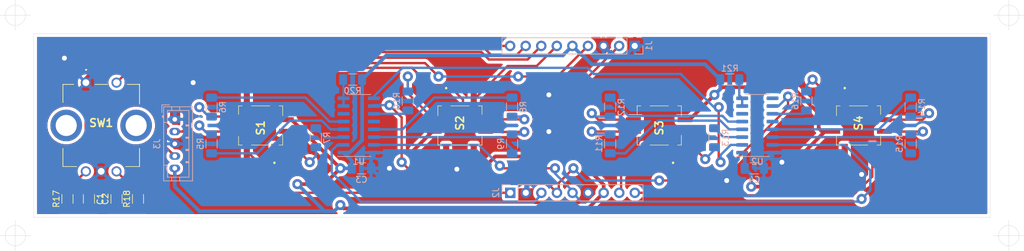
<source format=kicad_pcb>
(kicad_pcb (version 20171130) (host pcbnew "(5.1.10)-1")
  (layers (0 F.Cu signal) (31 B.Cu signal) (34 B.Paste user) (35 F.Paste user) (36 B.SilkS user) (37 F.SilkS user) (38 B.Mask user) (39 F.Mask user) (44 Edge.Cuts user))
  (net 0 "")
  (net 1 GND)
  (net 2 ENCA)
  (net 3 ENCB)
  (net 4 VCC)
  (net 5 PB3)
  (net 6 PB2)
  (net 7 PB1)
  (net 8 PB0)
  (net 9 PSHFCLK)
  (net 10 PSHFDATA)
  (net 11 PSHFUDATE)
  (net 12 ADC1)
  (net 13 ADC0)
  (net 14 S1_R)
  (net 15 "Net-(R5-Pad1)")
  (net 16 "Net-(R6-Pad1)")
  (net 17 S1_G)
  (net 18 S1_b)
  (net 19 "Net-(R7-Pad1)")
  (net 20 "Net-(R8-Pad1)")
  (net 21 S2_R)
  (net 22 "Net-(R9-Pad1)")
  (net 23 "Net-(R10-Pad1)")
  (net 24 "Net-(R11-Pad1)")
  (net 25 "Net-(R12-Pad1)")
  (net 26 "Net-(R13-Pad1)")
  (net 27 "Net-(R14-Pad1)")
  (net 28 "Net-(R15-Pad1)")
  (net 29 "Net-(R16-Pad1)")
  (net 30 "Net-(R17-Pad2)")
  (net 31 "Net-(R18-Pad2)")
  (net 32 ENCSW)
  (net 33 "Net-(R20-Pad1)")
  (net 34 "Net-(R21-Pad1)")
  (net 35 "Net-(U1-Pad9)")
  (net 36 S2_G)
  (net 37 S2_B)
  (net 38 S3_R)
  (net 39 S3_G)
  (net 40 S3_B)
  (net 41 S4_R)
  (net 42 S4_G)
  (net 43 S4_B)
  (module MOUSERfootprintANDsymbol:228CMVARGBFR (layer F.Cu) (at 107 82 270)
    (fp_text reference S1 (at 0.4 0 90) (layer F.SilkS) (effects (font (size 1.27 1.27) (thickness 0.254))))
    (fp_text value 228CMVARGBFR hide)
    (pad 8 smd rect (at -0.95 4.2 270) (size 0.8 2.4) (layers F.Cu F.Paste F.Mask) (net 16 "Net-(R6-Pad1)"))
    (pad 7 smd rect (at -0.95 -4.2 270) (size 0.8 2.4) (layers F.Cu F.Paste F.Mask) (net 4 VCC))
    (pad 6 smd rect (at 0.95 4.2 270) (size 0.8 2.4) (layers F.Cu F.Paste F.Mask) (net 15 "Net-(R5-Pad1)"))
    (pad 5 smd rect (at 0.95 -4.2 270) (size 0.8 2.4) (layers F.Cu F.Paste F.Mask) (net 19 "Net-(R7-Pad1)"))
    (pad 4 smd rect (at -4.2 2.25) (size 1 2.4) (layers F.Cu F.Paste F.Mask))
    (pad 3 smd rect (at 4.2 2.25) (size 1 2.4) (layers F.Cu F.Paste F.Mask) (net 8 PB0))
    (pad 2 smd rect (at -4.2 -2.25) (size 1 2.4) (layers F.Cu F.Paste F.Mask) (net 1 GND))
    (pad 1 smd rect (at 4.2 -2.25) (size 1 2.4) (layers F.Cu F.Paste F.Mask))
  )
  (module MOUSERfootprintANDsymbol:228CMVARGBFR (layer F.Cu) (at 139.5 82 90)
    (fp_text reference S2 (at 0.4 0 90) (layer F.SilkS) (effects (font (size 1.27 1.27) (thickness 0.254))))
    (fp_text value 228CMVARGBFR hide)
    (pad 8 smd rect (at -0.95 4.2 90) (size 0.8 2.4) (layers F.Cu F.Paste F.Mask) (net 22 "Net-(R9-Pad1)"))
    (pad 7 smd rect (at -0.95 -4.2 90) (size 0.8 2.4) (layers F.Cu F.Paste F.Mask) (net 4 VCC))
    (pad 6 smd rect (at 0.95 4.2 90) (size 0.8 2.4) (layers F.Cu F.Paste F.Mask) (net 20 "Net-(R8-Pad1)"))
    (pad 5 smd rect (at 0.95 -4.2 90) (size 0.8 2.4) (layers F.Cu F.Paste F.Mask) (net 23 "Net-(R10-Pad1)"))
    (pad 4 smd rect (at -4.2 2.25 180) (size 1 2.4) (layers F.Cu F.Paste F.Mask))
    (pad 3 smd rect (at 4.2 2.25 180) (size 1 2.4) (layers F.Cu F.Paste F.Mask) (net 7 PB1))
    (pad 2 smd rect (at -4.2 -2.25 180) (size 1 2.4) (layers F.Cu F.Paste F.Mask))
    (pad 1 smd rect (at 4.2 -2.25 180) (size 1 2.4) (layers F.Cu F.Paste F.Mask) (net 1 GND))
  )
  (module Resistor_SMD:R_1206_3216Metric_Pad1.30x1.75mm_HandSolder (layer B.Cu) (at 148 85 270)
    (fp_text reference R9 (at 0 1.82 270) (layer B.SilkS) (effects (justify mirror)))
    (fp_text value 155)
    (pad 2 smd roundrect (at 1.55 0 270) (size 1.3 1.75) (layers B.Cu B.Paste B.Mask) (roundrect_rratio 0.1923069230769231) (net 36 S2_G))
    (pad 1 smd roundrect (at -1.55 0 270) (size 1.3 1.75) (layers B.Cu B.Paste B.Mask) (roundrect_rratio 0.1923069230769231) (net 22 "Net-(R9-Pad1)"))
  )
  (module Resistor_SMD:R_1206_3216Metric_Pad1.30x1.75mm_HandSolder (layer B.Cu) (at 148 79 90)
    (fp_text reference R8 (at 0 1.82 90) (layer B.SilkS) (effects (justify mirror)))
    (fp_text value 165)
    (pad 1 smd roundrect (at -1.55 0 90) (size 1.3 1.75) (layers B.Cu B.Paste B.Mask) (roundrect_rratio 0.1923069230769231) (net 20 "Net-(R8-Pad1)"))
    (pad 2 smd roundrect (at 1.55 0 90) (size 1.3 1.75) (layers B.Cu B.Paste B.Mask) (roundrect_rratio 0.1923069230769231) (net 21 S2_R))
  )
  (module MOUSERfootprintANDsymbol:228CMVARGBFR (layer F.Cu) (at 204.5 82 90)
    (fp_text reference S4 (at 0.4 0 90) (layer F.SilkS) (effects (font (size 1.27 1.27) (thickness 0.254))))
    (fp_text value 228CMVARGBFR hide)
    (pad 8 smd rect (at -0.95 4.2 90) (size 0.8 2.4) (layers F.Cu F.Paste F.Mask) (net 28 "Net-(R15-Pad1)"))
    (pad 7 smd rect (at -0.95 -4.2 90) (size 0.8 2.4) (layers F.Cu F.Paste F.Mask) (net 4 VCC))
    (pad 6 smd rect (at 0.95 4.2 90) (size 0.8 2.4) (layers F.Cu F.Paste F.Mask) (net 27 "Net-(R14-Pad1)"))
    (pad 5 smd rect (at 0.95 -4.2 90) (size 0.8 2.4) (layers F.Cu F.Paste F.Mask) (net 29 "Net-(R16-Pad1)"))
    (pad 4 smd rect (at -4.2 2.25 180) (size 1 2.4) (layers F.Cu F.Paste F.Mask) (net 5 PB3))
    (pad 3 smd rect (at 4.2 2.25 180) (size 1 2.4) (layers F.Cu F.Paste F.Mask))
    (pad 2 smd rect (at -4.2 -2.25 180) (size 1 2.4) (layers F.Cu F.Paste F.Mask))
    (pad 1 smd rect (at 4.2 -2.25 180) (size 1 2.4) (layers F.Cu F.Paste F.Mask) (net 1 GND))
  )
  (module MOUSERfootprintANDsymbol:228CMVARGBFR (layer F.Cu) (at 172 82 270)
    (fp_text reference S3 (at 0.4 0 90) (layer F.SilkS) (effects (font (size 1.27 1.27) (thickness 0.254))))
    (fp_text value 228CMVARGBFR hide)
    (pad 8 smd rect (at -0.95 4.2 270) (size 0.8 2.4) (layers F.Cu F.Paste F.Mask) (net 25 "Net-(R12-Pad1)"))
    (pad 7 smd rect (at -0.95 -4.2 270) (size 0.8 2.4) (layers F.Cu F.Paste F.Mask) (net 4 VCC))
    (pad 6 smd rect (at 0.95 4.2 270) (size 0.8 2.4) (layers F.Cu F.Paste F.Mask) (net 24 "Net-(R11-Pad1)"))
    (pad 5 smd rect (at 0.95 -4.2 270) (size 0.8 2.4) (layers F.Cu F.Paste F.Mask) (net 26 "Net-(R13-Pad1)"))
    (pad 4 smd rect (at -4.2 2.25) (size 1 2.4) (layers F.Cu F.Paste F.Mask))
    (pad 3 smd rect (at 4.2 2.25) (size 1 2.4) (layers F.Cu F.Paste F.Mask) (net 6 PB2))
    (pad 2 smd rect (at -4.2 -2.25) (size 1 2.4) (layers F.Cu F.Paste F.Mask) (net 1 GND))
    (pad 1 smd rect (at 4.2 -2.25) (size 1 2.4) (layers F.Cu F.Paste F.Mask))
  )
  (module Connector_PinHeader_2.54mm:PinHeader_1x09_P2.54mm_Vertical (layer B.Cu) (at 147.7 93 270)
    (fp_text reference J2 (at 0 2.33 270) (layer B.SilkS) (effects (justify mirror)))
    (fp_text value Conn_01x09_Male)
    (pad 9 thru_hole oval (at 0 -20.32 270) (size 1.7 1.7) (drill 1) (layers *.Cu *.Mask) (net 5 PB3))
    (pad 8 thru_hole oval (at 0 -17.78 270) (size 1.7 1.7) (drill 1) (layers *.Cu *.Mask) (net 6 PB2))
    (pad 7 thru_hole oval (at 0 -15.24 270) (size 1.7 1.7) (drill 1) (layers *.Cu *.Mask) (net 4 VCC))
    (pad 6 thru_hole oval (at 0 -12.7 270) (size 1.7 1.7) (drill 1) (layers *.Cu *.Mask) (net 1 GND))
    (pad 5 thru_hole oval (at 0 -10.16 270) (size 1.7 1.7) (drill 1) (layers *.Cu *.Mask) (net 9 PSHFCLK))
    (pad 4 thru_hole oval (at 0 -7.62 270) (size 1.7 1.7) (drill 1) (layers *.Cu *.Mask) (net 11 PSHFUDATE))
    (pad 3 thru_hole oval (at 0 -5.08 270) (size 1.7 1.7) (drill 1) (layers *.Cu *.Mask) (net 10 PSHFDATA))
    (pad 2 thru_hole oval (at 0 -2.54 270) (size 1.7 1.7) (drill 1) (layers *.Cu *.Mask) (net 1 GND))
    (pad 1 thru_hole rect (at 0 0 270) (size 1.7 1.7) (drill 1) (layers *.Cu *.Mask) (net 8 PB0))
  )
  (module Connector_PinHeader_2.54mm:PinHeader_1x09_P2.54mm_Vertical (layer B.Cu) (at 168 69 90)
    (fp_text reference J1 (at 0 2.33 -90) (layer B.SilkS) (effects (justify mirror)))
    (fp_text value Conn_01x09_Male)
    (pad 9 thru_hole oval (at 0 -20.32 90) (size 1.7 1.7) (drill 1) (layers *.Cu *.Mask) (net 2 ENCA))
    (pad 8 thru_hole oval (at 0 -17.78 90) (size 1.7 1.7) (drill 1) (layers *.Cu *.Mask) (net 32 ENCSW))
    (pad 7 thru_hole oval (at 0 -15.24 90) (size 1.7 1.7) (drill 1) (layers *.Cu *.Mask) (net 3 ENCB))
    (pad 6 thru_hole oval (at 0 -12.7 90) (size 1.7 1.7) (drill 1) (layers *.Cu *.Mask) (net 7 PB1))
    (pad 5 thru_hole oval (at 0 -10.16 90) (size 1.7 1.7) (drill 1) (layers *.Cu *.Mask) (net 4 VCC))
    (pad 4 thru_hole oval (at 0 -7.62 90) (size 1.7 1.7) (drill 1) (layers *.Cu *.Mask) (net 13 ADC0))
    (pad 3 thru_hole oval (at 0 -5.08 90) (size 1.7 1.7) (drill 1) (layers *.Cu *.Mask) (net 1 GND))
    (pad 2 thru_hole oval (at 0 -2.54 90) (size 1.7 1.7) (drill 1) (layers *.Cu *.Mask) (net 12 ADC1))
    (pad 1 thru_hole rect (at 0 0 90) (size 1.7 1.7) (drill 1) (layers *.Cu *.Mask) (net 1 GND))
  )
  (module Capacitor_SMD:C_1206_3216Metric_Pad1.33x1.80mm_HandSolder (layer F.Cu) (at 79 94 270)
    (fp_text reference C1 (at 0 -1.85 90) (layer F.SilkS))
    (fp_text value 100nF)
    (pad 1 smd roundrect (at -1.5625 0 270) (size 1.325 1.8) (layers F.Cu F.Paste F.Mask) (roundrect_rratio 0.1886777358490566) (net 1 GND))
    (pad 2 smd roundrect (at 1.5625 0 270) (size 1.325 1.8) (layers F.Cu F.Paste F.Mask) (roundrect_rratio 0.1886777358490566) (net 2 ENCA))
  )
  (module Capacitor_SMD:C_1206_3216Metric_Pad1.33x1.80mm_HandSolder (layer F.Cu) (at 83.5 94 90)
    (fp_text reference C2 (at 0 -1.85 90) (layer F.SilkS))
    (fp_text value 100nF)
    (pad 2 smd roundrect (at 1.5625 0 90) (size 1.325 1.8) (layers F.Cu F.Paste F.Mask) (roundrect_rratio 0.1886777358490566) (net 1 GND))
    (pad 1 smd roundrect (at -1.5625 0 90) (size 1.325 1.8) (layers F.Cu F.Paste F.Mask) (roundrect_rratio 0.1886777358490566) (net 3 ENCB))
  )
  (module Capacitor_SMD:C_1206_3216Metric_Pad1.33x1.80mm_HandSolder (layer B.Cu) (at 123.4375 89)
    (fp_text reference C3 (at 0 1.85) (layer B.SilkS) (effects (justify mirror)))
    (fp_text value 100nF)
    (pad 2 smd roundrect (at 1.5625 0) (size 1.325 1.8) (layers B.Cu B.Paste B.Mask) (roundrect_rratio 0.1886777358490566) (net 1 GND))
    (pad 1 smd roundrect (at -1.5625 0) (size 1.325 1.8) (layers B.Cu B.Paste B.Mask) (roundrect_rratio 0.1886777358490566) (net 4 VCC))
  )
  (module Capacitor_SMD:C_1206_3216Metric_Pad1.33x1.80mm_HandSolder (layer B.Cu) (at 187.5 89)
    (fp_text reference C4 (at 0 1.85) (layer B.SilkS) (effects (justify mirror)))
    (fp_text value 100nF)
    (pad 1 smd roundrect (at -1.5625 0) (size 1.325 1.8) (layers B.Cu B.Paste B.Mask) (roundrect_rratio 0.1886777358490566) (net 4 VCC))
    (pad 2 smd roundrect (at 1.5625 0) (size 1.325 1.8) (layers B.Cu B.Paste B.Mask) (roundrect_rratio 0.1886777358490566) (net 1 GND))
  )
  (module Connector_JST:JST_PH_B5B-PH-K_1x05_P2.00mm_Vertical (layer B.Cu) (at 93 81 270)
    (fp_text reference J3 (at 4 2.9 270) (layer B.SilkS) (effects (justify mirror)))
    (fp_text value Conn_01x06_Female)
    (pad 1 thru_hole roundrect (at 0 0 270) (size 1.2 1.75) (drill 0.75) (layers *.Cu *.Mask) (roundrect_rratio 0.2083325) (net 1 GND))
    (pad 2 thru_hole oval (at 2 0 270) (size 1.2 1.75) (drill 0.75) (layers *.Cu *.Mask) (net 12 ADC1))
    (pad 3 thru_hole oval (at 4 0 270) (size 1.2 1.75) (drill 0.75) (layers *.Cu *.Mask) (net 1 GND))
    (pad 4 thru_hole oval (at 6 0 270) (size 1.2 1.75) (drill 0.75) (layers *.Cu *.Mask) (net 13 ADC0))
    (pad 5 thru_hole oval (at 8 0 270) (size 1.2 1.75) (drill 0.75) (layers *.Cu *.Mask) (net 4 VCC))
  )
  (module Resistor_SMD:R_1206_3216Metric_Pad1.30x1.75mm_HandSolder (layer B.Cu) (at 99 85 270)
    (fp_text reference R5 (at 0 1.82 90) (layer B.SilkS) (effects (justify mirror)))
    (fp_text value 165)
    (pad 2 smd roundrect (at 1.55 0 270) (size 1.3 1.75) (layers B.Cu B.Paste B.Mask) (roundrect_rratio 0.1923069230769231) (net 14 S1_R))
    (pad 1 smd roundrect (at -1.55 0 270) (size 1.3 1.75) (layers B.Cu B.Paste B.Mask) (roundrect_rratio 0.1923069230769231) (net 15 "Net-(R5-Pad1)"))
  )
  (module Resistor_SMD:R_1206_3216Metric_Pad1.30x1.75mm_HandSolder (layer B.Cu) (at 99 79 90)
    (fp_text reference R6 (at 0 1.82 90) (layer B.SilkS) (effects (justify mirror)))
    (fp_text value 155)
    (pad 1 smd roundrect (at -1.55 0 90) (size 1.3 1.75) (layers B.Cu B.Paste B.Mask) (roundrect_rratio 0.1923069230769231) (net 16 "Net-(R6-Pad1)"))
    (pad 2 smd roundrect (at 1.55 0 90) (size 1.3 1.75) (layers B.Cu B.Paste B.Mask) (roundrect_rratio 0.1923069230769231) (net 17 S1_G))
  )
  (module Resistor_SMD:R_1206_3216Metric_Pad1.30x1.75mm_HandSolder (layer B.Cu) (at 116 84 90)
    (fp_text reference R7 (at 0 1.82 90) (layer B.SilkS) (effects (justify mirror)))
    (fp_text value 100)
    (pad 2 smd roundrect (at 1.55 0 90) (size 1.3 1.75) (layers B.Cu B.Paste B.Mask) (roundrect_rratio 0.1923069230769231) (net 18 S1_b))
    (pad 1 smd roundrect (at -1.55 0 90) (size 1.3 1.75) (layers B.Cu B.Paste B.Mask) (roundrect_rratio 0.1923069230769231) (net 19 "Net-(R7-Pad1)"))
  )
  (module Resistor_SMD:R_1206_3216Metric_Pad1.30x1.75mm_HandSolder (layer B.Cu) (at 131 78 270)
    (fp_text reference R10 (at 0 1.82 270) (layer B.SilkS) (effects (justify mirror)))
    (fp_text value 100)
    (pad 1 smd roundrect (at -1.55 0 270) (size 1.3 1.75) (layers B.Cu B.Paste B.Mask) (roundrect_rratio 0.1923069230769231) (net 23 "Net-(R10-Pad1)"))
    (pad 2 smd roundrect (at 1.55 0 270) (size 1.3 1.75) (layers B.Cu B.Paste B.Mask) (roundrect_rratio 0.1923069230769231) (net 37 S2_B))
  )
  (module Resistor_SMD:R_1206_3216Metric_Pad1.30x1.75mm_HandSolder (layer B.Cu) (at 164 85 270)
    (fp_text reference R11 (at 0 1.82 270) (layer B.SilkS) (effects (justify mirror)))
    (fp_text value 165)
    (pad 1 smd roundrect (at -1.55 0 270) (size 1.3 1.75) (layers B.Cu B.Paste B.Mask) (roundrect_rratio 0.1923069230769231) (net 24 "Net-(R11-Pad1)"))
    (pad 2 smd roundrect (at 1.55 0 270) (size 1.3 1.75) (layers B.Cu B.Paste B.Mask) (roundrect_rratio 0.1923069230769231) (net 38 S3_R))
  )
  (module Resistor_SMD:R_1206_3216Metric_Pad1.30x1.75mm_HandSolder (layer B.Cu) (at 164 79 90)
    (fp_text reference R12 (at 0 1.82 -90) (layer B.SilkS) (effects (justify mirror)))
    (fp_text value 155)
    (pad 1 smd roundrect (at -1.55 0 90) (size 1.3 1.75) (layers B.Cu B.Paste B.Mask) (roundrect_rratio 0.1923069230769231) (net 25 "Net-(R12-Pad1)"))
    (pad 2 smd roundrect (at 1.55 0 90) (size 1.3 1.75) (layers B.Cu B.Paste B.Mask) (roundrect_rratio 0.1923069230769231) (net 39 S3_G))
  )
  (module Resistor_SMD:R_1206_3216Metric_Pad1.30x1.75mm_HandSolder (layer B.Cu) (at 181 84 90)
    (fp_text reference R13 (at 0 1.82 270) (layer B.SilkS) (effects (justify mirror)))
    (fp_text value 100)
    (pad 1 smd roundrect (at -1.55 0 90) (size 1.3 1.75) (layers B.Cu B.Paste B.Mask) (roundrect_rratio 0.1923069230769231) (net 26 "Net-(R13-Pad1)"))
    (pad 2 smd roundrect (at 1.55 0 90) (size 1.3 1.75) (layers B.Cu B.Paste B.Mask) (roundrect_rratio 0.1923069230769231) (net 40 S3_B))
  )
  (module Resistor_SMD:R_1206_3216Metric_Pad1.30x1.75mm_HandSolder (layer B.Cu) (at 213 79 90)
    (fp_text reference R14 (at 0 1.82 -90) (layer B.SilkS) (effects (justify mirror)))
    (fp_text value 165)
    (pad 2 smd roundrect (at 1.55 0 90) (size 1.3 1.75) (layers B.Cu B.Paste B.Mask) (roundrect_rratio 0.1923069230769231) (net 41 S4_R))
    (pad 1 smd roundrect (at -1.55 0 90) (size 1.3 1.75) (layers B.Cu B.Paste B.Mask) (roundrect_rratio 0.1923069230769231) (net 27 "Net-(R14-Pad1)"))
  )
  (module Resistor_SMD:R_1206_3216Metric_Pad1.30x1.75mm_HandSolder (layer B.Cu) (at 213 85 270)
    (fp_text reference R15 (at 0 1.82 270) (layer B.SilkS) (effects (justify mirror)))
    (fp_text value 155)
    (pad 2 smd roundrect (at 1.55 0 270) (size 1.3 1.75) (layers B.Cu B.Paste B.Mask) (roundrect_rratio 0.1923069230769231) (net 42 S4_G))
    (pad 1 smd roundrect (at -1.55 0 270) (size 1.3 1.75) (layers B.Cu B.Paste B.Mask) (roundrect_rratio 0.1923069230769231) (net 28 "Net-(R15-Pad1)"))
  )
  (module Resistor_SMD:R_1206_3216Metric_Pad1.30x1.75mm_HandSolder (layer B.Cu) (at 196 78 270)
    (fp_text reference R16 (at 0 1.82 270) (layer B.SilkS) (effects (justify mirror)))
    (fp_text value 100)
    (pad 2 smd roundrect (at 1.55 0 270) (size 1.3 1.75) (layers B.Cu B.Paste B.Mask) (roundrect_rratio 0.1923069230769231) (net 43 S4_B))
    (pad 1 smd roundrect (at -1.55 0 270) (size 1.3 1.75) (layers B.Cu B.Paste B.Mask) (roundrect_rratio 0.1923069230769231) (net 29 "Net-(R16-Pad1)"))
  )
  (module Resistor_SMD:R_1206_3216Metric_Pad1.30x1.75mm_HandSolder (layer F.Cu) (at 75.5 94 90)
    (fp_text reference R17 (at 0 -1.82 90) (layer F.SilkS))
    (fp_text value 27k)
    (pad 2 smd roundrect (at 1.55 0 90) (size 1.3 1.75) (layers F.Cu F.Paste F.Mask) (roundrect_rratio 0.1923069230769231) (net 30 "Net-(R17-Pad2)"))
    (pad 1 smd roundrect (at -1.55 0 90) (size 1.3 1.75) (layers F.Cu F.Paste F.Mask) (roundrect_rratio 0.1923069230769231) (net 2 ENCA))
  )
  (module Resistor_SMD:R_1206_3216Metric_Pad1.30x1.75mm_HandSolder (layer F.Cu) (at 87 94 90)
    (fp_text reference R18 (at 0 -1.82 90) (layer F.SilkS))
    (fp_text value 27k)
    (pad 1 smd roundrect (at -1.55 0 90) (size 1.3 1.75) (layers F.Cu F.Paste F.Mask) (roundrect_rratio 0.1923069230769231) (net 3 ENCB))
    (pad 2 smd roundrect (at 1.55 0 90) (size 1.3 1.75) (layers F.Cu F.Paste F.Mask) (roundrect_rratio 0.1923069230769231) (net 31 "Net-(R18-Pad2)"))
  )
  (module Resistor_SMD:R_1206_3216Metric_Pad1.30x1.75mm_HandSolder (layer B.Cu) (at 122 74.5)
    (fp_text reference R20 (at 0 1.82) (layer B.SilkS) (effects (justify mirror)))
    (fp_text value 10k)
    (pad 1 smd roundrect (at -1.55 0) (size 1.3 1.75) (layers B.Cu B.Paste B.Mask) (roundrect_rratio 0.1923069230769231) (net 33 "Net-(R20-Pad1)"))
    (pad 2 smd roundrect (at 1.55 0) (size 1.3 1.75) (layers B.Cu B.Paste B.Mask) (roundrect_rratio 0.1923069230769231) (net 4 VCC))
  )
  (module Resistor_SMD:R_1206_3216Metric_Pad1.30x1.75mm_HandSolder (layer B.Cu) (at 183.5 74.5 180)
    (fp_text reference R21 (at 0 1.82) (layer B.SilkS) (effects (justify mirror)))
    (fp_text value 10k)
    (pad 1 smd roundrect (at -1.55 0 180) (size 1.3 1.75) (layers B.Cu B.Paste B.Mask) (roundrect_rratio 0.1923069230769231) (net 34 "Net-(R21-Pad1)"))
    (pad 2 smd roundrect (at 1.55 0 180) (size 1.3 1.75) (layers B.Cu B.Paste B.Mask) (roundrect_rratio 0.1923069230769231) (net 4 VCC))
  )
  (module MOUSERfootprintANDsymbol:PEC11R4230KS0024 (layer F.Cu) (at 78.5 82)
    (fp_text reference SW1 (at 2.5 -0.413) (layer F.SilkS) (effects (font (size 1.27 1.27) (thickness 0.254))))
    (fp_text value Rotary_Encoder_Switch hide)
    (pad S1 thru_hole circle (at 0 -7) (size 1.65 1.65) (drill 1.1) (layers *.Cu *.Mask) (net 1 GND))
    (pad S2 thru_hole circle (at 5 -7) (size 1.65 1.65) (drill 1.1) (layers *.Cu *.Mask) (net 32 ENCSW))
    (pad A thru_hole circle (at 0 7.5) (size 1.65 1.65) (drill 1.1) (layers *.Cu *.Mask) (net 30 "Net-(R17-Pad2)"))
    (pad B thru_hole circle (at 5 7.5) (size 1.65 1.65) (drill 1.1) (layers *.Cu *.Mask) (net 31 "Net-(R18-Pad2)"))
    (pad C thru_hole circle (at 2.5 7.5) (size 1.65 1.65) (drill 1.1) (layers *.Cu *.Mask) (net 1 GND))
    (pad MH1 thru_hole circle (at -3.2 0) (size 5.161 5.161) (drill 3.44093) (layers *.Cu *.Mask))
    (pad MH2 thru_hole circle (at 8.2 0) (size 5.161 5.161) (drill 3.44093) (layers *.Cu *.Mask))
  )
  (module Package_SO:SOIC-16_3.9x9.9mm_P1.27mm (layer B.Cu) (at 123 82)
    (fp_text reference U1 (at 0 5.9) (layer B.SilkS) (effects (justify mirror)))
    (fp_text value TPIC6C595-SOIC)
    (pad 1 smd roundrect (at -2.475 4.445) (size 1.95 0.6) (layers B.Cu B.Paste B.Mask) (net 4 VCC))
    (pad 2 smd roundrect (at -2.475 3.175) (size 1.95 0.6) (layers B.Cu B.Paste B.Mask) (net 10 PSHFDATA))
    (pad 3 smd roundrect (at -2.475 1.905) (size 1.95 0.6) (layers B.Cu B.Paste B.Mask) (net 18 S1_b))
    (pad 4 smd roundrect (at -2.475 0.635) (size 1.95 0.6) (layers B.Cu B.Paste B.Mask) (net 14 S1_R))
    (pad 5 smd roundrect (at -2.475 -0.635) (size 1.95 0.6) (layers B.Cu B.Paste B.Mask) (net 17 S1_G))
    (pad 6 smd roundrect (at -2.475 -1.905) (size 1.95 0.6) (layers B.Cu B.Paste B.Mask))
    (pad 7 smd roundrect (at -2.475 -3.175) (size 1.95 0.6) (layers B.Cu B.Paste B.Mask) (net 33 "Net-(R20-Pad1)"))
    (pad 8 smd roundrect (at -2.475 -4.445) (size 1.95 0.6) (layers B.Cu B.Paste B.Mask) (net 33 "Net-(R20-Pad1)"))
    (pad 9 smd roundrect (at 2.475 -4.445) (size 1.95 0.6) (layers B.Cu B.Paste B.Mask) (net 35 "Net-(U1-Pad9)"))
    (pad 10 smd roundrect (at 2.475 -3.175) (size 1.95 0.6) (layers B.Cu B.Paste B.Mask) (net 11 PSHFUDATE))
    (pad 11 smd roundrect (at 2.475 -1.905) (size 1.95 0.6) (layers B.Cu B.Paste B.Mask) (net 37 S2_B))
    (pad 12 smd roundrect (at 2.475 -0.635) (size 1.95 0.6) (layers B.Cu B.Paste B.Mask))
    (pad 13 smd roundrect (at 2.475 0.635) (size 1.95 0.6) (layers B.Cu B.Paste B.Mask) (net 21 S2_R))
    (pad 14 smd roundrect (at 2.475 1.905) (size 1.95 0.6) (layers B.Cu B.Paste B.Mask) (net 36 S2_G))
    (pad 15 smd roundrect (at 2.475 3.175) (size 1.95 0.6) (layers B.Cu B.Paste B.Mask) (net 9 PSHFCLK))
    (pad 16 smd roundrect (at 2.475 4.445) (size 1.95 0.6) (layers B.Cu B.Paste B.Mask) (net 1 GND))
  )
  (module Package_SO:SOIC-16_3.9x9.9mm_P1.27mm (layer B.Cu) (at 188 82)
    (fp_text reference U2 (at 0 5.9) (layer B.SilkS) (effects (justify mirror)))
    (fp_text value TPIC6C595-SOIC)
    (pad 16 smd roundrect (at 2.475 4.445) (size 1.95 0.6) (layers B.Cu B.Paste B.Mask) (net 1 GND))
    (pad 15 smd roundrect (at 2.475 3.175) (size 1.95 0.6) (layers B.Cu B.Paste B.Mask) (net 9 PSHFCLK))
    (pad 14 smd roundrect (at 2.475 1.905) (size 1.95 0.6) (layers B.Cu B.Paste B.Mask) (net 42 S4_G))
    (pad 13 smd roundrect (at 2.475 0.635) (size 1.95 0.6) (layers B.Cu B.Paste B.Mask) (net 41 S4_R))
    (pad 12 smd roundrect (at 2.475 -0.635) (size 1.95 0.6) (layers B.Cu B.Paste B.Mask))
    (pad 11 smd roundrect (at 2.475 -1.905) (size 1.95 0.6) (layers B.Cu B.Paste B.Mask) (net 43 S4_B))
    (pad 10 smd roundrect (at 2.475 -3.175) (size 1.95 0.6) (layers B.Cu B.Paste B.Mask) (net 11 PSHFUDATE))
    (pad 9 smd roundrect (at 2.475 -4.445) (size 1.95 0.6) (layers B.Cu B.Paste B.Mask))
    (pad 8 smd roundrect (at -2.475 -4.445) (size 1.95 0.6) (layers B.Cu B.Paste B.Mask) (net 34 "Net-(R21-Pad1)"))
    (pad 7 smd roundrect (at -2.475 -3.175) (size 1.95 0.6) (layers B.Cu B.Paste B.Mask) (net 34 "Net-(R21-Pad1)"))
    (pad 6 smd roundrect (at -2.475 -1.905) (size 1.95 0.6) (layers B.Cu B.Paste B.Mask))
    (pad 5 smd roundrect (at -2.475 -0.635) (size 1.95 0.6) (layers B.Cu B.Paste B.Mask) (net 39 S3_G))
    (pad 4 smd roundrect (at -2.475 0.635) (size 1.95 0.6) (layers B.Cu B.Paste B.Mask) (net 38 S3_R))
    (pad 3 smd roundrect (at -2.475 1.905) (size 1.95 0.6) (layers B.Cu B.Paste B.Mask) (net 40 S3_B))
    (pad 2 smd roundrect (at -2.475 3.175) (size 1.95 0.6) (layers B.Cu B.Paste B.Mask) (net 35 "Net-(U1-Pad9)"))
    (pad 1 smd roundrect (at -2.475 4.445) (size 1.95 0.6) (layers B.Cu B.Paste B.Mask) (net 4 VCC))
  )
  (target plus (at 67 64) (size 5) (width 0.05) (layer Edge.Cuts))
  (target plus (at 67 100) (size 5) (width 0.05) (layer Edge.Cuts))
  (target plus (at 229 64) (size 5) (width 0.05) (layer Edge.Cuts))
  (target plus (at 229 100) (size 5) (width 0.05) (layer Edge.Cuts))
  (gr_line (start 70 97) (end 70 67) (layer Edge.Cuts) (width 0.05))
  (gr_line (start 226 97) (end 226 67) (layer Edge.Cuts) (width 0.05))
  (gr_line (start 70 97) (end 226 97) (layer Edge.Cuts) (width 0.05))
  (gr_line (start 70 67) (end 226 67) (layer Edge.Cuts) (width 0.05))
  (segment (start 168 71.55) (end 174.25 77.8) (width 0.6) (layer F.Cu) (net 1))
  (segment (start 168 69) (end 168 71.55) (width 0.6) (layer F.Cu) (net 1))
  (segment (start 79 91.5) (end 81 89.5) (width 0.6) (layer F.Cu) (net 1))
  (segment (start 79 92.4375) (end 79 91.5) (width 0.6) (layer F.Cu) (net 1))
  (segment (start 83.5 92) (end 81 89.5) (width 0.6) (layer F.Cu) (net 1))
  (segment (start 83.5 92.4375) (end 83.5 92) (width 0.6) (layer F.Cu) (net 1))
  (segment (start 81 77.5) (end 78.5 75) (width 0.6) (layer F.Cu) (net 1))
  (segment (start 81 89.5) (end 81 77.5) (width 0.6) (layer F.Cu) (net 1))
  (segment (start 189.0625 87.8575) (end 190.475 86.445) (width 0.6) (layer B.Cu) (net 1))
  (segment (start 189.0625 89) (end 189.0625 87.8575) (width 0.6) (layer B.Cu) (net 1))
  (segment (start 125 86.92) (end 125.475 86.445) (width 0.6) (layer B.Cu) (net 1))
  (segment (start 125 89) (end 125 86.92) (width 0.6) (layer B.Cu) (net 1))
  (segment (start 150.19208 91.449999) (end 145.550001 91.449999) (width 0.6) (layer B.Cu) (net 1))
  (segment (start 150.54 91.797919) (end 150.19208 91.449999) (width 0.6) (layer B.Cu) (net 1))
  (segment (start 150.54 93) (end 150.54 91.797919) (width 0.6) (layer B.Cu) (net 1))
  (segment (start 145.550001 91.449999) (end 145 92) (width 0.6) (layer B.Cu) (net 1))
  (segment (start 128 92) (end 125 89) (width 0.6) (layer B.Cu) (net 1))
  (via (at 128 89) (size 1.65) (drill 0.8) (layers F.Cu B.Cu) (net 1))
  (segment (start 116.8 77.8) (end 128 89) (width 0.6) (layer F.Cu) (net 1))
  (segment (start 109.25 77.8) (end 116.8 77.8) (width 0.6) (layer F.Cu) (net 1))
  (segment (start 128 89) (end 125 89) (width 0.6) (layer B.Cu) (net 1))
  (segment (start 104.924999 73.474999) (end 97.525001 73.474999) (width 0.6) (layer F.Cu) (net 1))
  (segment (start 109.25 77.8) (end 104.924999 73.474999) (width 0.6) (layer F.Cu) (net 1))
  (via (at 96 75) (size 1.65) (drill 0.8) (layers F.Cu B.Cu) (net 1))
  (segment (start 97.525001 73.474999) (end 96 75) (width 0.6) (layer F.Cu) (net 1))
  (segment (start 80.025001 76.525001) (end 78.5 75) (width 0.6) (layer B.Cu) (net 1))
  (segment (start 96 75) (end 94.474999 76.525001) (width 0.6) (layer B.Cu) (net 1))
  (segment (start 190.475 86.445) (end 198.445 86.445) (width 0.6) (layer B.Cu) (net 1))
  (via (at 205 90) (size 1.65) (drill 0.8) (layers F.Cu B.Cu) (net 1))
  (segment (start 202 90) (end 205 90) (width 0.6) (layer B.Cu) (net 1))
  (segment (start 198.445 86.445) (end 202 90) (width 0.6) (layer B.Cu) (net 1))
  (segment (start 205 80.55) (end 202.25 77.8) (width 0.6) (layer F.Cu) (net 1))
  (segment (start 205 90) (end 205 80.55) (width 0.6) (layer F.Cu) (net 1))
  (segment (start 181.91852 69) (end 168 69) (width 0.6) (layer B.Cu) (net 1))
  (segment (start 187.20001 74.28149) (end 181.91852 69) (width 0.6) (layer B.Cu) (net 1))
  (segment (start 187.20001 87.13751) (end 187.20001 74.28149) (width 0.6) (layer B.Cu) (net 1))
  (segment (start 189.0625 89) (end 187.20001 87.13751) (width 0.6) (layer B.Cu) (net 1))
  (segment (start 164.470001 70.550001) (end 162.92 69) (width 0.6) (layer B.Cu) (net 1))
  (segment (start 166.449999 70.550001) (end 164.470001 70.550001) (width 0.6) (layer B.Cu) (net 1))
  (segment (start 168 69) (end 166.449999 70.550001) (width 0.6) (layer B.Cu) (net 1))
  (segment (start 93 81) (end 93 78.050002) (width 0.6) (layer B.Cu) (net 1))
  (segment (start 93 78.050002) (end 91.474999 76.525001) (width 0.6) (layer B.Cu) (net 1))
  (segment (start 94.474999 76.525001) (end 91.474999 76.525001) (width 0.6) (layer B.Cu) (net 1))
  (segment (start 92.186519 84.30001) (end 90.525001 82.638492) (width 0.6) (layer B.Cu) (net 1))
  (segment (start 93 85) (end 92.30001 84.30001) (width 0.6) (layer B.Cu) (net 1))
  (segment (start 90.525001 76.525001) (end 80.025001 76.525001) (width 0.6) (layer B.Cu) (net 1))
  (segment (start 90.525001 82.638492) (end 90.525001 76.525001) (width 0.6) (layer B.Cu) (net 1))
  (segment (start 92.30001 84.30001) (end 92.186519 84.30001) (width 0.6) (layer B.Cu) (net 1))
  (segment (start 91.474999 76.525001) (end 90.525001 76.525001) (width 0.6) (layer B.Cu) (net 1))
  (via (at 154 83) (size 1.65) (drill 0.8) (layers F.Cu B.Cu) (net 1))
  (segment (start 161.100001 75.899999) (end 154 83) (width 0.6) (layer F.Cu) (net 1))
  (segment (start 172.349999 75.899999) (end 161.100001 75.899999) (width 0.6) (layer F.Cu) (net 1))
  (segment (start 174.25 77.8) (end 172.349999 75.899999) (width 0.6) (layer F.Cu) (net 1))
  (segment (start 150.54 86.46) (end 150.54 91.797919) (width 0.6) (layer B.Cu) (net 1))
  (segment (start 154 83) (end 150.54 86.46) (width 0.6) (layer B.Cu) (net 1))
  (segment (start 151.790001 94.550001) (end 150.24 93) (width 0.6) (layer F.Cu) (net 1))
  (segment (start 158.849999 94.550001) (end 151.790001 94.550001) (width 0.6) (layer F.Cu) (net 1))
  (segment (start 160.4 93) (end 158.849999 94.550001) (width 0.6) (layer F.Cu) (net 1))
  (via (at 139 89.143989) (size 1.65) (drill 0.8) (layers F.Cu B.Cu) (net 1))
  (segment (start 139 79.55) (end 139 89.143989) (width 0.6) (layer F.Cu) (net 1))
  (segment (start 137.25 77.8) (end 139 79.55) (width 0.6) (layer F.Cu) (net 1))
  (segment (start 141.856011 92) (end 142 92) (width 0.6) (layer B.Cu) (net 1))
  (segment (start 139 89.143989) (end 141.856011 92) (width 0.6) (layer B.Cu) (net 1))
  (segment (start 142 92) (end 128 92) (width 0.6) (layer B.Cu) (net 1))
  (segment (start 145 92) (end 142 92) (width 0.6) (layer B.Cu) (net 1))
  (via (at 75 71) (size 1.65) (drill 0.8) (layers F.Cu B.Cu) (net 1))
  (via (at 154 77) (size 1.65) (drill 0.8) (layers F.Cu B.Cu) (net 1))
  (via (at 183 91) (size 1.65) (drill 0.8) (layers F.Cu B.Cu) (net 1))
  (via (at 192 88) (size 1.65) (drill 0.8) (layers F.Cu B.Cu) (net 1))
  (segment (start 78.9875 95.55) (end 79 95.5625) (width 0.381) (layer F.Cu) (net 2))
  (segment (start 75.5 95.55) (end 78.9875 95.55) (width 0.381) (layer F.Cu) (net 2))
  (segment (start 74.03449 91.701848) (end 74.03449 94.08449) (width 0.381) (layer F.Cu) (net 2))
  (segment (start 78.471001 80.477919) (end 78.471001 87.265337) (width 0.381) (layer F.Cu) (net 2))
  (segment (start 74.03449 94.08449) (end 75.5 95.55) (width 0.381) (layer F.Cu) (net 2))
  (segment (start 77 79.006918) (end 78.471001 80.477919) (width 0.381) (layer F.Cu) (net 2))
  (segment (start 77 74.405058) (end 77 79.006918) (width 0.381) (layer F.Cu) (net 2))
  (segment (start 78.471001 87.265337) (end 74.03449 91.701848) (width 0.381) (layer F.Cu) (net 2))
  (segment (start 83.405058 68) (end 77 74.405058) (width 0.381) (layer F.Cu) (net 2))
  (segment (start 144 68) (end 83.405058 68) (width 0.381) (layer F.Cu) (net 2))
  (segment (start 145 69) (end 144 68) (width 0.381) (layer F.Cu) (net 2))
  (segment (start 147.68 69) (end 145 69) (width 0.381) (layer F.Cu) (net 2))
  (segment (start 86.9875 95.5625) (end 87 95.55) (width 0.381) (layer F.Cu) (net 3))
  (segment (start 83.5 95.5625) (end 86.9875 95.5625) (width 0.381) (layer F.Cu) (net 3))
  (segment (start 88.46551 94.08449) (end 87 95.55) (width 0.381) (layer F.Cu) (net 3))
  (segment (start 88.46551 88.458592) (end 88.46551 94.08449) (width 0.381) (layer F.Cu) (net 3))
  (segment (start 83 82.993082) (end 88.46551 88.458592) (width 0.381) (layer F.Cu) (net 3))
  (segment (start 83 79) (end 83 82.993082) (width 0.381) (layer F.Cu) (net 3))
  (segment (start 92 70) (end 83 79) (width 0.381) (layer F.Cu) (net 3))
  (segment (start 143 70) (end 92 70) (width 0.381) (layer F.Cu) (net 3))
  (segment (start 144.221511 71.221511) (end 143 70) (width 0.381) (layer F.Cu) (net 3))
  (segment (start 150.538489 71.221511) (end 144.221511 71.221511) (width 0.381) (layer F.Cu) (net 3))
  (segment (start 152.76 69) (end 150.538489 71.221511) (width 0.381) (layer F.Cu) (net 3))
  (segment (start 159.390001 70.550001) (end 159.550001 70.550001) (width 0.6) (layer B.Cu) (net 4))
  (segment (start 157.84 69) (end 159.390001 70.550001) (width 0.6) (layer B.Cu) (net 4))
  (segment (start 159.550001 70.550001) (end 161 72) (width 0.6) (layer B.Cu) (net 4))
  (segment (start 179.45 72) (end 181.95 74.5) (width 0.6) (layer B.Cu) (net 4))
  (segment (start 161 72) (end 179.45 72) (width 0.6) (layer B.Cu) (net 4))
  (segment (start 185.9375 86.8575) (end 185.525 86.445) (width 0.6) (layer B.Cu) (net 4))
  (segment (start 185.9375 89) (end 185.9375 86.8575) (width 0.6) (layer B.Cu) (net 4))
  (segment (start 121.875 87.795) (end 120.525 86.445) (width 0.6) (layer B.Cu) (net 4))
  (segment (start 121.875 89) (end 121.875 87.795) (width 0.6) (layer B.Cu) (net 4))
  (via (at 181 77) (size 1.65) (drill 0.8) (layers F.Cu B.Cu) (net 4))
  (segment (start 181.95 76.05) (end 181 77) (width 0.6) (layer B.Cu) (net 4))
  (segment (start 181.95 74.5) (end 181.95 76.05) (width 0.6) (layer B.Cu) (net 4))
  (segment (start 181 77) (end 177 81) (width 0.6) (layer F.Cu) (net 4))
  (segment (start 176.25 81) (end 176.2 81.05) (width 0.6) (layer F.Cu) (net 4))
  (segment (start 177 81) (end 176.25 81) (width 0.6) (layer F.Cu) (net 4))
  (via (at 120 89) (size 1.65) (drill 0.8) (layers F.Cu B.Cu) (net 4))
  (segment (start 111.2 81.05) (end 112.05 81.05) (width 0.6) (layer F.Cu) (net 4))
  (segment (start 120 89) (end 121.875 89) (width 0.6) (layer B.Cu) (net 4))
  (segment (start 200.3 82.95) (end 199.05 82.95) (width 0.6) (layer F.Cu) (net 4))
  (segment (start 199.05 82.95) (end 190 92) (width 0.6) (layer F.Cu) (net 4))
  (via (at 187 92) (size 1.65) (drill 0.8) (layers F.Cu B.Cu) (net 4))
  (segment (start 190 92) (end 187 92) (width 0.6) (layer F.Cu) (net 4))
  (segment (start 187 90.0625) (end 185.9375 89) (width 0.6) (layer B.Cu) (net 4))
  (segment (start 187 92) (end 187 90.0625) (width 0.6) (layer B.Cu) (net 4))
  (segment (start 112.05 81.05) (end 120 89) (width 0.6) (layer F.Cu) (net 4))
  (via (at 113 91.5845) (size 1.65) (drill 0.8) (layers F.Cu B.Cu) (net 4))
  (segment (start 117.4155 96) (end 113 91.5845) (width 0.6) (layer B.Cu) (net 4))
  (segment (start 117.4155 91.5845) (end 120 89) (width 0.6) (layer F.Cu) (net 4))
  (segment (start 113 91.5845) (end 117.4155 91.5845) (width 0.6) (layer F.Cu) (net 4))
  (segment (start 127.499999 70.550001) (end 123.55 74.5) (width 0.6) (layer B.Cu) (net 4))
  (segment (start 156.289999 70.550001) (end 127.499999 70.550001) (width 0.6) (layer B.Cu) (net 4))
  (segment (start 157.84 69) (end 156.289999 70.550001) (width 0.6) (layer B.Cu) (net 4))
  (segment (start 193.732001 75.749999) (end 198 80.017998) (width 0.6) (layer F.Cu) (net 4))
  (segment (start 182.250001 75.749999) (end 193.732001 75.749999) (width 0.6) (layer F.Cu) (net 4))
  (segment (start 181 77) (end 182.250001 75.749999) (width 0.6) (layer F.Cu) (net 4))
  (segment (start 198 82.45) (end 198.5 82.95) (width 0.6) (layer F.Cu) (net 4))
  (segment (start 198.5 82.95) (end 200.3 82.95) (width 0.6) (layer F.Cu) (net 4))
  (segment (start 198 80.017998) (end 198 82.45) (width 0.6) (layer F.Cu) (net 4))
  (segment (start 123.55 84.395) (end 123.55 74.5) (width 0.6) (layer B.Cu) (net 4))
  (segment (start 121.5 86.445) (end 123.55 84.395) (width 0.6) (layer B.Cu) (net 4))
  (segment (start 120.525 86.445) (end 121.5 86.445) (width 0.6) (layer B.Cu) (net 4))
  (segment (start 93 89) (end 93 92) (width 0.6) (layer B.Cu) (net 4))
  (segment (start 97 96) (end 118 96) (width 0.6) (layer B.Cu) (net 4))
  (segment (start 118 96) (end 117.4155 96) (width 0.6) (layer B.Cu) (net 4))
  (segment (start 93 92) (end 97 96) (width 0.6) (layer B.Cu) (net 4))
  (via (at 120 95) (size 1.65) (drill 0.8) (layers F.Cu B.Cu) (net 4))
  (segment (start 120.550011 95.550011) (end 120 95) (width 0.6) (layer F.Cu) (net 4))
  (segment (start 160.389989 95.550011) (end 120.550011 95.550011) (width 0.6) (layer F.Cu) (net 4))
  (segment (start 162.94 93) (end 160.389989 95.550011) (width 0.6) (layer F.Cu) (net 4))
  (segment (start 120 95) (end 119 96) (width 0.6) (layer B.Cu) (net 4))
  (segment (start 119 96) (end 117.4155 96) (width 0.6) (layer B.Cu) (net 4))
  (segment (start 145.267999 87.059499) (end 142 90.327498) (width 0.6) (layer F.Cu) (net 4))
  (segment (start 158.316501 87.059499) (end 145.267999 87.059499) (width 0.6) (layer F.Cu) (net 4))
  (segment (start 162.94 91.682998) (end 158.316501 87.059499) (width 0.6) (layer F.Cu) (net 4))
  (segment (start 162.94 93) (end 162.94 91.682998) (width 0.6) (layer F.Cu) (net 4))
  (segment (start 141.672502 90.327498) (end 141.331011 90.668989) (width 0.6) (layer F.Cu) (net 4))
  (segment (start 142 90.327498) (end 141.672502 90.327498) (width 0.6) (layer F.Cu) (net 4))
  (segment (start 141.331011 90.668989) (end 134.668989 90.668989) (width 0.6) (layer F.Cu) (net 4))
  (segment (start 134.668989 90.668989) (end 132 88) (width 0.6) (layer F.Cu) (net 4))
  (segment (start 132 88) (end 132 86) (width 0.6) (layer F.Cu) (net 4))
  (segment (start 135.05 82.95) (end 135.3 82.95) (width 0.6) (layer F.Cu) (net 4))
  (segment (start 132 86) (end 135.05 82.95) (width 0.6) (layer F.Cu) (net 4))
  (segment (start 205.679441 91.415501) (end 206.75 90.344942) (width 0.381) (layer F.Cu) (net 5))
  (segment (start 205.584499 91.415501) (end 205.679441 91.415501) (width 0.381) (layer F.Cu) (net 5))
  (segment (start 203.584499 93.415501) (end 205.584499 91.415501) (width 0.381) (layer F.Cu) (net 5))
  (segment (start 206.75 90.344942) (end 206.75 86.2) (width 0.381) (layer F.Cu) (net 5))
  (segment (start 186.320559 93.415501) (end 203.584499 93.415501) (width 0.381) (layer F.Cu) (net 5))
  (segment (start 185.905058 93) (end 186.320559 93.415501) (width 0.381) (layer F.Cu) (net 5))
  (segment (start 168.32 93) (end 185.905058 93) (width 0.381) (layer F.Cu) (net 5))
  (segment (start 165.78 90.17) (end 169.75 86.2) (width 0.381) (layer F.Cu) (net 6))
  (segment (start 165.78 93) (end 165.78 90.17) (width 0.381) (layer F.Cu) (net 6))
  (segment (start 155.3 69) (end 152.01899 72.28101) (width 0.381) (layer F.Cu) (net 7))
  (segment (start 147.26899 72.28101) (end 141.75 77.8) (width 0.381) (layer F.Cu) (net 7))
  (segment (start 152.01899 72.28101) (end 147.26899 72.28101) (width 0.381) (layer F.Cu) (net 7))
  (segment (start 111.55 93) (end 104.75 86.2) (width 0.381) (layer F.Cu) (net 8))
  (segment (start 148 93) (end 111.55 93) (width 0.381) (layer F.Cu) (net 8))
  (via (at 205.00091 94.00091) (size 1.65) (drill 0.8) (layers F.Cu B.Cu) (net 9))
  (segment (start 204.561319 94.440501) (end 205.00091 94.00091) (width 0.381) (layer F.Cu) (net 9))
  (segment (start 206.415501 89.320559) (end 202.269942 85.175) (width 0.381) (layer B.Cu) (net 9))
  (segment (start 206.415501 92.586319) (end 206.415501 89.320559) (width 0.381) (layer B.Cu) (net 9))
  (segment (start 202.269942 85.175) (end 190.475 85.175) (width 0.381) (layer B.Cu) (net 9))
  (segment (start 205.00091 94.00091) (end 206.415501 92.586319) (width 0.381) (layer B.Cu) (net 9))
  (via (at 155 89) (size 1.65) (drill 0.8) (layers F.Cu B.Cu) (net 9))
  (segment (start 155 89.84) (end 155 89) (width 0.381) (layer B.Cu) (net 9))
  (segment (start 158.16 93) (end 155 89.84) (width 0.381) (layer B.Cu) (net 9))
  (via (at 146 88.5845) (size 1.65) (drill 0.8) (layers F.Cu B.Cu) (net 9))
  (segment (start 146.4155 89) (end 146 88.5845) (width 0.381) (layer F.Cu) (net 9))
  (segment (start 155 89) (end 146.4155 89) (width 0.381) (layer F.Cu) (net 9))
  (segment (start 142.5905 85.175) (end 125.475 85.175) (width 0.381) (layer B.Cu) (net 9))
  (segment (start 146 88.5845) (end 142.5905 85.175) (width 0.381) (layer B.Cu) (net 9))
  (segment (start 204.561319 94.440501) (end 205.00091 94.00091) (width 0.381) (layer B.Cu) (net 9))
  (segment (start 159.300501 94.440501) (end 204.561319 94.440501) (width 0.381) (layer B.Cu) (net 9))
  (segment (start 157.86 93) (end 159.300501 94.440501) (width 0.381) (layer B.Cu) (net 9))
  (segment (start 123.345559 94.440501) (end 151.639499 94.440501) (width 0.381) (layer B.Cu) (net 10))
  (segment (start 151.639499 94.440501) (end 153.08 93) (width 0.381) (layer B.Cu) (net 10))
  (segment (start 118.584499 89.679441) (end 123.345559 94.440501) (width 0.381) (layer B.Cu) (net 10))
  (segment (start 118.584499 86.140501) (end 118.584499 89.679441) (width 0.381) (layer B.Cu) (net 10))
  (segment (start 119.55 85.175) (end 118.584499 86.140501) (width 0.381) (layer B.Cu) (net 10))
  (segment (start 120.525 85.175) (end 119.55 85.175) (width 0.381) (layer B.Cu) (net 10))
  (segment (start 191.45 78.825) (end 193 77.275) (width 0.381) (layer B.Cu) (net 11))
  (segment (start 190.475 78.825) (end 191.45 78.825) (width 0.381) (layer B.Cu) (net 11))
  (via (at 193 77.275) (size 1.65) (drill 0.8) (layers F.Cu B.Cu) (net 11))
  (segment (start 193 79.094942) (end 181.094942 91) (width 0.381) (layer F.Cu) (net 11))
  (segment (start 193 77.275) (end 193 79.094942) (width 0.381) (layer F.Cu) (net 11))
  (via (at 172 91) (size 1.65) (drill 0.8) (layers F.Cu B.Cu) (net 11))
  (segment (start 181.094942 91) (end 172 91) (width 0.381) (layer F.Cu) (net 11))
  (via (at 158 89) (size 1.65) (drill 0.8) (layers F.Cu B.Cu) (net 11))
  (segment (start 160 91) (end 158 89) (width 0.381) (layer B.Cu) (net 11))
  (segment (start 172 91) (end 160 91) (width 0.381) (layer B.Cu) (net 11))
  (segment (start 155.62 91.38) (end 155.62 93) (width 0.381) (layer F.Cu) (net 11))
  (segment (start 158 89) (end 155.62 91.38) (width 0.381) (layer F.Cu) (net 11))
  (via (at 130 88) (size 1.65) (drill 0.8) (layers F.Cu B.Cu) (net 11))
  (segment (start 153.879499 91.559499) (end 133.559499 91.559499) (width 0.381) (layer F.Cu) (net 11))
  (segment (start 133.559499 91.559499) (end 130 88) (width 0.381) (layer F.Cu) (net 11))
  (segment (start 155.32 93) (end 153.879499 91.559499) (width 0.381) (layer F.Cu) (net 11))
  (via (at 128 78.6795) (size 1.65) (drill 0.8) (layers F.Cu B.Cu) (net 11))
  (segment (start 130 80.6795) (end 128 78.6795) (width 0.381) (layer F.Cu) (net 11))
  (segment (start 130 88) (end 130 80.6795) (width 0.381) (layer F.Cu) (net 11))
  (segment (start 125.6205 78.6795) (end 125.475 78.825) (width 0.381) (layer B.Cu) (net 11))
  (segment (start 128 78.6795) (end 125.6205 78.6795) (width 0.381) (layer B.Cu) (net 11))
  (segment (start 142.722401 79.590501) (end 140.777599 79.590501) (width 0.381) (layer F.Cu) (net 12))
  (segment (start 142.840501 79.472401) (end 142.722401 79.590501) (width 0.381) (layer F.Cu) (net 12))
  (segment (start 140.777599 79.590501) (end 140 78.812902) (width 0.381) (layer F.Cu) (net 12))
  (segment (start 154.987599 79.472401) (end 142.840501 79.472401) (width 0.381) (layer F.Cu) (net 12))
  (segment (start 165.46 69) (end 154.987599 79.472401) (width 0.381) (layer F.Cu) (net 12))
  (segment (start 94.584499 82.671501) (end 94.256 83) (width 0.381) (layer F.Cu) (net 12))
  (segment (start 131.679431 72.584489) (end 96.320569 72.584489) (width 0.381) (layer F.Cu) (net 12))
  (segment (start 94.256 83) (end 93 83) (width 0.381) (layer F.Cu) (net 12))
  (segment (start 96.320569 72.584489) (end 94.584499 74.320559) (width 0.381) (layer F.Cu) (net 12))
  (segment (start 134.510443 75.415501) (end 131.679431 72.584489) (width 0.381) (layer F.Cu) (net 12))
  (segment (start 94.584499 74.320559) (end 94.584499 82.671501) (width 0.381) (layer F.Cu) (net 12))
  (segment (start 137.628403 75.415501) (end 134.510443 75.415501) (width 0.381) (layer F.Cu) (net 12))
  (segment (start 140 77.787098) (end 137.628403 75.415501) (width 0.381) (layer F.Cu) (net 12))
  (segment (start 140 78.812902) (end 140 77.787098) (width 0.381) (layer F.Cu) (net 12))
  (via (at 149 74) (size 1.65) (drill 0.8) (layers F.Cu B.Cu) (net 13))
  (segment (start 155.38 74) (end 149 74) (width 0.381) (layer F.Cu) (net 13))
  (segment (start 160.38 69) (end 155.38 74) (width 0.381) (layer F.Cu) (net 13))
  (via (at 136 74) (size 1.65) (drill 0.8) (layers F.Cu B.Cu) (net 13))
  (segment (start 149 74) (end 136 74) (width 0.381) (layer B.Cu) (net 13))
  (segment (start 91.53449 85.53449) (end 93 87) (width 0.381) (layer F.Cu) (net 13))
  (segment (start 91.938851 82.102514) (end 91.53449 82.506875) (width 0.381) (layer F.Cu) (net 13))
  (segment (start 91.53449 82.506875) (end 91.53449 85.53449) (width 0.381) (layer F.Cu) (net 13))
  (segment (start 91.53449 76.266054) (end 91.53449 81.698134) (width 0.381) (layer F.Cu) (net 13))
  (segment (start 91.53449 81.698134) (end 91.938851 82.102514) (width 0.381) (layer F.Cu) (net 13))
  (segment (start 95.997055 71.803489) (end 91.53449 76.266054) (width 0.381) (layer F.Cu) (net 13))
  (segment (start 133.803489 71.803489) (end 95.997055 71.803489) (width 0.381) (layer F.Cu) (net 13))
  (segment (start 136 74) (end 133.803489 71.803489) (width 0.381) (layer F.Cu) (net 13))
  (segment (start 118.398662 82.635) (end 116.973152 81.20949) (width 0.381) (layer B.Cu) (net 14))
  (segment (start 116.973152 81.20949) (end 111.79051 81.20949) (width 0.381) (layer B.Cu) (net 14))
  (segment (start 120.525 82.635) (end 118.398662 82.635) (width 0.381) (layer B.Cu) (net 14))
  (segment (start 106.45 86.55) (end 99 86.55) (width 0.381) (layer B.Cu) (net 14))
  (segment (start 111.79051 81.20949) (end 106.45 86.55) (width 0.381) (layer B.Cu) (net 14))
  (via (at 97 82) (size 1.65) (drill 0.8) (layers F.Cu B.Cu) (net 15))
  (segment (start 98.45 83.45) (end 97 82) (width 0.381) (layer B.Cu) (net 15))
  (segment (start 99 83.45) (end 98.45 83.45) (width 0.381) (layer B.Cu) (net 15))
  (segment (start 97 82) (end 98 83) (width 0.381) (layer F.Cu) (net 15))
  (segment (start 102.75 83) (end 102.8 82.95) (width 0.381) (layer F.Cu) (net 15))
  (segment (start 98 83) (end 102.75 83) (width 0.381) (layer F.Cu) (net 15))
  (segment (start 102.3 80.55) (end 102.8 81.05) (width 0.381) (layer F.Cu) (net 16))
  (via (at 97 79) (size 1.65) (drill 0.8) (layers F.Cu B.Cu) (net 16))
  (segment (start 98.55 80.55) (end 97 79) (width 0.381) (layer B.Cu) (net 16))
  (segment (start 99 80.55) (end 98.55 80.55) (width 0.381) (layer B.Cu) (net 16))
  (segment (start 98.55 80.55) (end 100.55 80.55) (width 0.381) (layer F.Cu) (net 16))
  (segment (start 97 79) (end 98.55 80.55) (width 0.381) (layer F.Cu) (net 16))
  (segment (start 100.55 80.55) (end 102.3 80.55) (width 0.381) (layer F.Cu) (net 16))
  (segment (start 99 80.55) (end 100.55 80.55) (width 0.381) (layer F.Cu) (net 16))
  (segment (start 114.318176 77.45) (end 99 77.45) (width 0.381) (layer B.Cu) (net 17))
  (segment (start 118.233176 81.365) (end 114.318176 77.45) (width 0.381) (layer B.Cu) (net 17))
  (segment (start 120.525 81.365) (end 118.233176 81.365) (width 0.381) (layer B.Cu) (net 17))
  (segment (start 119.55 83.905) (end 119.455 84) (width 0.381) (layer B.Cu) (net 18))
  (segment (start 120.525 83.905) (end 119.55 83.905) (width 0.381) (layer B.Cu) (net 18))
  (segment (start 117.55 84) (end 116 82.45) (width 0.381) (layer B.Cu) (net 18))
  (segment (start 119.455 84) (end 117.55 84) (width 0.381) (layer B.Cu) (net 18))
  (via (at 115 88) (size 1.65) (drill 0.8) (layers F.Cu B.Cu) (net 19))
  (segment (start 116 87) (end 115 88) (width 0.381) (layer B.Cu) (net 19))
  (segment (start 116 85.55) (end 116 87) (width 0.381) (layer B.Cu) (net 19))
  (segment (start 111.2 84.2) (end 111.2 82.95) (width 0.381) (layer F.Cu) (net 19))
  (segment (start 115 88) (end 111.2 84.2) (width 0.381) (layer F.Cu) (net 19))
  (via (at 150 81) (size 1.65) (drill 0.8) (layers F.Cu B.Cu) (net 20))
  (segment (start 149.55 80.55) (end 150 81) (width 0.381) (layer B.Cu) (net 20))
  (segment (start 148 80.55) (end 149.55 80.55) (width 0.381) (layer B.Cu) (net 20))
  (segment (start 143.75 81) (end 143.7 81.05) (width 0.381) (layer F.Cu) (net 20))
  (segment (start 150 81) (end 143.75 81) (width 0.381) (layer F.Cu) (net 20))
  (segment (start 135.313662 77.45) (end 148 77.45) (width 0.381) (layer B.Cu) (net 21))
  (segment (start 130.128662 82.635) (end 135.313662 77.45) (width 0.381) (layer B.Cu) (net 21))
  (segment (start 125.475 82.635) (end 130.128662 82.635) (width 0.381) (layer B.Cu) (net 21))
  (via (at 150 83.050003) (size 1.65) (drill 0.8) (layers F.Cu B.Cu) (net 22))
  (segment (start 149.600003 83.45) (end 150 83.050003) (width 0.381) (layer B.Cu) (net 22))
  (segment (start 148 83.45) (end 149.600003 83.45) (width 0.381) (layer B.Cu) (net 22))
  (segment (start 143.800003 83.050003) (end 143.7 82.95) (width 0.381) (layer F.Cu) (net 22))
  (segment (start 150 83.050003) (end 143.800003 83.050003) (width 0.381) (layer F.Cu) (net 22))
  (via (at 131 74) (size 1.65) (drill 0.8) (layers F.Cu B.Cu) (net 23))
  (segment (start 131 76.45) (end 131 74) (width 0.381) (layer B.Cu) (net 23))
  (segment (start 131 76.75) (end 135.3 81.05) (width 0.381) (layer F.Cu) (net 23))
  (segment (start 131 74) (end 131 76.75) (width 0.381) (layer F.Cu) (net 23))
  (via (at 161 83) (size 1.65) (drill 0.8) (layers F.Cu B.Cu) (net 24))
  (segment (start 161.45 83.45) (end 161 83) (width 0.381) (layer B.Cu) (net 24))
  (segment (start 164 83.45) (end 161.45 83.45) (width 0.381) (layer B.Cu) (net 24))
  (segment (start 167.75 83) (end 167.8 82.95) (width 0.381) (layer F.Cu) (net 24))
  (segment (start 161 83) (end 167.75 83) (width 0.381) (layer F.Cu) (net 24))
  (via (at 161 80) (size 1.65) (drill 0.8) (layers F.Cu B.Cu) (net 25))
  (segment (start 161.55 80.55) (end 161 80) (width 0.381) (layer B.Cu) (net 25))
  (segment (start 164 80.55) (end 161.55 80.55) (width 0.381) (layer B.Cu) (net 25))
  (segment (start 162.05 81.05) (end 167.8 81.05) (width 0.381) (layer F.Cu) (net 25))
  (segment (start 161 80) (end 162.05 81.05) (width 0.381) (layer F.Cu) (net 25))
  (via (at 179.5 87.5) (size 1.65) (drill 0.8) (layers F.Cu B.Cu) (net 26))
  (segment (start 181 86) (end 179.5 87.5) (width 0.381) (layer B.Cu) (net 26))
  (segment (start 181 85.55) (end 181 86) (width 0.381) (layer B.Cu) (net 26))
  (segment (start 176.2 84.2) (end 176.2 82.95) (width 0.381) (layer F.Cu) (net 26))
  (segment (start 179.5 87.5) (end 176.2 84.2) (width 0.381) (layer F.Cu) (net 26))
  (via (at 216 80) (size 1.65) (drill 0.8) (layers F.Cu B.Cu) (net 27))
  (segment (start 215.45 80.55) (end 216 80) (width 0.381) (layer B.Cu) (net 27))
  (segment (start 213 80.55) (end 215.45 80.55) (width 0.381) (layer B.Cu) (net 27))
  (segment (start 214.95 81.05) (end 208.7 81.05) (width 0.381) (layer F.Cu) (net 27))
  (segment (start 216 80) (end 214.95 81.05) (width 0.381) (layer F.Cu) (net 27))
  (via (at 215 83) (size 1.65) (drill 0.8) (layers F.Cu B.Cu) (net 28))
  (segment (start 214.55 83.45) (end 215 83) (width 0.381) (layer B.Cu) (net 28))
  (segment (start 213 83.45) (end 214.55 83.45) (width 0.381) (layer B.Cu) (net 28))
  (segment (start 208.65 83) (end 208.7 82.95) (width 0.381) (layer F.Cu) (net 28))
  (segment (start 215 83) (end 208.65 83) (width 0.381) (layer F.Cu) (net 28))
  (via (at 197 74.5) (size 1.65) (drill 0.8) (layers F.Cu B.Cu) (net 29))
  (segment (start 196 75.5) (end 197 74.5) (width 0.381) (layer B.Cu) (net 29))
  (segment (start 196 76.45) (end 196 75.5) (width 0.381) (layer B.Cu) (net 29))
  (segment (start 200.3 77.8) (end 200.3 81.05) (width 0.381) (layer F.Cu) (net 29))
  (segment (start 197 74.5) (end 200.3 77.8) (width 0.381) (layer F.Cu) (net 29))
  (segment (start 75.55 92.45) (end 78.5 89.5) (width 0.381) (layer F.Cu) (net 30))
  (segment (start 75.5 92.45) (end 75.55 92.45) (width 0.381) (layer F.Cu) (net 30))
  (segment (start 86.45 92.45) (end 83.5 89.5) (width 0.381) (layer F.Cu) (net 31))
  (segment (start 87 92.45) (end 86.45 92.45) (width 0.381) (layer F.Cu) (net 31))
  (segment (start 144.545015 70.440501) (end 143.104514 69) (width 0.381) (layer F.Cu) (net 32))
  (segment (start 148.779499 70.440501) (end 144.545015 70.440501) (width 0.381) (layer F.Cu) (net 32))
  (segment (start 150.22 69) (end 148.779499 70.440501) (width 0.381) (layer F.Cu) (net 32))
  (segment (start 89.5 69) (end 83.5 75) (width 0.381) (layer F.Cu) (net 32))
  (segment (start 143.104514 69) (end 89.5 69) (width 0.381) (layer F.Cu) (net 32))
  (segment (start 120.525 78.825) (end 120.525 77.555) (width 0.381) (layer B.Cu) (net 33))
  (segment (start 120.525 74.575) (end 120.45 74.5) (width 0.381) (layer B.Cu) (net 33))
  (segment (start 120.525 77.555) (end 120.525 74.575) (width 0.381) (layer B.Cu) (net 33))
  (segment (start 185.05 77.08) (end 185.525 77.555) (width 0.381) (layer B.Cu) (net 34))
  (segment (start 185.05 74.5) (end 185.05 77.08) (width 0.381) (layer B.Cu) (net 34))
  (segment (start 185.525 77.555) (end 185.525 78.825) (width 0.381) (layer B.Cu) (net 34))
  (segment (start 161.325128 73.584499) (end 175.584499 73.584499) (width 0.381) (layer B.Cu) (net 35))
  (segment (start 160.325118 72.584489) (end 161.325128 73.584499) (width 0.381) (layer B.Cu) (net 35))
  (segment (start 130.145511 72.584489) (end 160.325118 72.584489) (width 0.381) (layer B.Cu) (net 35))
  (segment (start 125.475 77.255) (end 130.145511 72.584489) (width 0.381) (layer B.Cu) (net 35))
  (segment (start 125.475 77.555) (end 125.475 77.255) (width 0.381) (layer B.Cu) (net 35))
  (via (at 181.696283 79.01298) (size 1.65) (drill 0.8) (layers F.Cu B.Cu) (net 35))
  (segment (start 180.918038 79.01298) (end 181.696283 79.01298) (width 0.381) (layer B.Cu) (net 35))
  (segment (start 175.584499 73.679441) (end 180.918038 79.01298) (width 0.381) (layer B.Cu) (net 35))
  (segment (start 175.584499 73.584499) (end 175.584499 73.679441) (width 0.381) (layer B.Cu) (net 35))
  (segment (start 181.696283 87.696283) (end 182 88) (width 0.381) (layer F.Cu) (net 35))
  (via (at 182 88) (size 1.65) (drill 0.8) (layers F.Cu B.Cu) (net 35))
  (segment (start 181.696283 79.01298) (end 181.696283 87.696283) (width 0.381) (layer F.Cu) (net 35))
  (segment (start 183.658274 85.175) (end 185.525 85.175) (width 0.381) (layer B.Cu) (net 35))
  (segment (start 182 86.833274) (end 183.658274 85.175) (width 0.381) (layer B.Cu) (net 35))
  (segment (start 182 88) (end 182 86.833274) (width 0.381) (layer B.Cu) (net 35))
  (segment (start 146.005 83.905) (end 125.475 83.905) (width 0.381) (layer B.Cu) (net 36))
  (segment (start 148 85.9) (end 146.005 83.905) (width 0.381) (layer B.Cu) (net 36))
  (segment (start 148 86.55) (end 148 85.9) (width 0.381) (layer B.Cu) (net 36))
  (segment (start 130.455 80.095) (end 131 79.55) (width 0.381) (layer B.Cu) (net 37))
  (segment (start 125.475 80.095) (end 130.455 80.095) (width 0.381) (layer B.Cu) (net 37))
  (segment (start 183.398662 82.635) (end 181.973152 81.20949) (width 0.381) (layer B.Cu) (net 38))
  (segment (start 185.525 82.635) (end 183.398662 82.635) (width 0.381) (layer B.Cu) (net 38))
  (segment (start 166.45 86.55) (end 171.79051 81.20949) (width 0.381) (layer B.Cu) (net 38))
  (segment (start 164 86.55) (end 166.45 86.55) (width 0.381) (layer B.Cu) (net 38))
  (segment (start 181.973152 81.20949) (end 171.79051 81.20949) (width 0.381) (layer B.Cu) (net 38))
  (segment (start 185.525 81.365) (end 183.233176 81.365) (width 0.381) (layer B.Cu) (net 39))
  (segment (start 182.296657 80.428481) (end 182.434088 80.565912) (width 0.381) (layer B.Cu) (net 39))
  (segment (start 166.978481 80.428481) (end 182.296657 80.428481) (width 0.381) (layer B.Cu) (net 39))
  (segment (start 182.434088 80.565912) (end 182.296656 80.42848) (width 0.381) (layer B.Cu) (net 39))
  (segment (start 164 77.45) (end 166.978481 80.428481) (width 0.381) (layer B.Cu) (net 39))
  (segment (start 183.233176 81.365) (end 182.434088 80.565912) (width 0.381) (layer B.Cu) (net 39))
  (segment (start 182.455 83.905) (end 181 82.45) (width 0.381) (layer B.Cu) (net 40))
  (segment (start 185.525 83.905) (end 182.455 83.905) (width 0.381) (layer B.Cu) (net 40))
  (segment (start 204.635 82.635) (end 207.815 82.635) (width 0.381) (layer B.Cu) (net 41))
  (segment (start 207.815 82.635) (end 213 77.45) (width 0.381) (layer B.Cu) (net 41))
  (segment (start 190.475 82.635) (end 204.635 82.635) (width 0.381) (layer B.Cu) (net 41))
  (segment (start 204.635 82.635) (end 204.865 82.635) (width 0.381) (layer B.Cu) (net 41))
  (segment (start 204.095 83.905) (end 210.355 83.905) (width 0.381) (layer B.Cu) (net 42))
  (segment (start 210.355 83.905) (end 213 86.55) (width 0.381) (layer B.Cu) (net 42))
  (segment (start 190.475 83.905) (end 204.095 83.905) (width 0.381) (layer B.Cu) (net 42))
  (segment (start 204.095 83.905) (end 204.405 83.905) (width 0.381) (layer B.Cu) (net 42))
  (segment (start 195.455 80.095) (end 196 79.55) (width 0.381) (layer B.Cu) (net 43))
  (segment (start 190.475 80.095) (end 195.455 80.095) (width 0.381) (layer B.Cu) (net 43))
  (zone (net 1) (net_name GND) (layer F.Cu) (connect_pads (clearance 0.508)) (min_thickness 0.254) (fill yes (arc_segments 32) (thermal_gap 0.508) (thermal_bridge_width 0.508))
    (polygon (pts (xy 226 97) (xy 70 97) (xy 70 67) (xy 226 67)))
  )
  (zone (net 1) (net_name GND) (layer B.Cu) (connect_pads (clearance 0.508)) (min_thickness 0.254) (fill yes (arc_segments 32) (thermal_gap 0.508) (thermal_bridge_width 0.508))
    (polygon (pts (xy 226 97) (xy 70 97) (xy 70 67) (xy 226 67)))
  )
  (zone (net 1) (net_name GND) (layer F.Cu) (connect_pads (clearance 0.508)) (min_thickness 0.254) (fill yes (arc_segments 32) (thermal_gap 0.508) (thermal_bridge_width 0.508))
    (polygon (pts (xy 226 97) (xy 70 97) (xy 70 67) (xy 226 67)))
  )
  (zone (net 1) (net_name GND) (layer F.Cu) (connect_pads yes (clearance 0.508)) (min_thickness 0.254) (fill yes (arc_segments 32) (thermal_gap 0.508) (thermal_bridge_width 0.508) (smoothing chamfer))
    (polygon (pts (xy 226 68) (xy 226 97) (xy 70 97) (xy 70 67)))
  )
)
</source>
